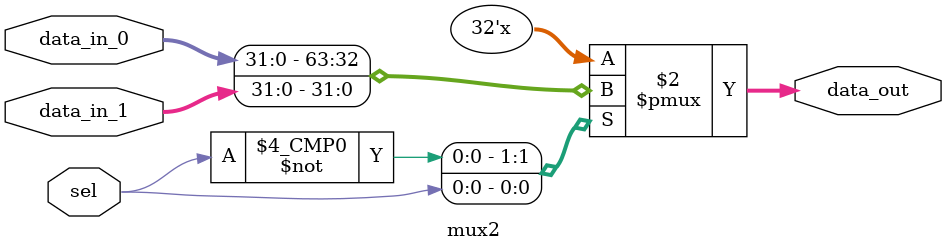
<source format=v>
/*
 * @Author: Eric Wong 
 * @Date: 2022-01-15 15:02:39 
 * @Last Modified by:   Eric Wong 
 * @Last Modified time: 2022-01-15 15:02:39 
 */

module mux2 # (
        parameter Width = 32
    )
    (
        input       [Width-1:0] data_in_0   ,
        input       [Width-1:0] data_in_1   ,
        input                   sel         ,
        output reg  [Width-1:0] data_out
    );
    always @(*) begin
        case (sel)
            1'b0: data_out = data_in_0;
            1'b1: data_out = data_in_1;
            default: data_out = data_in_0;
        endcase
    end
endmodule

</source>
